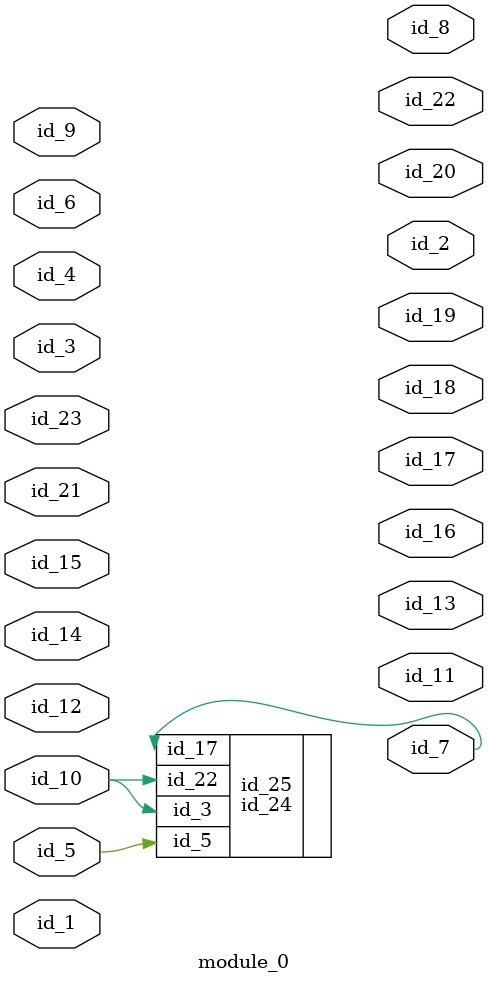
<source format=v>
module module_0 (
    id_1,
    id_2,
    id_3,
    id_4,
    id_5,
    id_6,
    id_7,
    id_8,
    id_9,
    id_10,
    id_11,
    id_12,
    id_13,
    id_14,
    id_15,
    id_16,
    id_17,
    id_18,
    id_19,
    id_20,
    id_21,
    id_22,
    id_23
);
  input id_23;
  output id_22;
  input id_21;
  output id_20;
  output id_19;
  output id_18;
  output id_17;
  output id_16;
  input id_15;
  input id_14;
  output id_13;
  input id_12;
  output id_11;
  input id_10;
  input id_9;
  output id_8;
  output id_7;
  input id_6;
  input id_5;
  input id_4;
  input id_3;
  output id_2;
  input id_1;
  id_24 id_25 (
      .id_3 (id_10),
      .id_22(id_10),
      .id_5 (id_5),
      .id_17(id_7)
  );
endmodule

</source>
